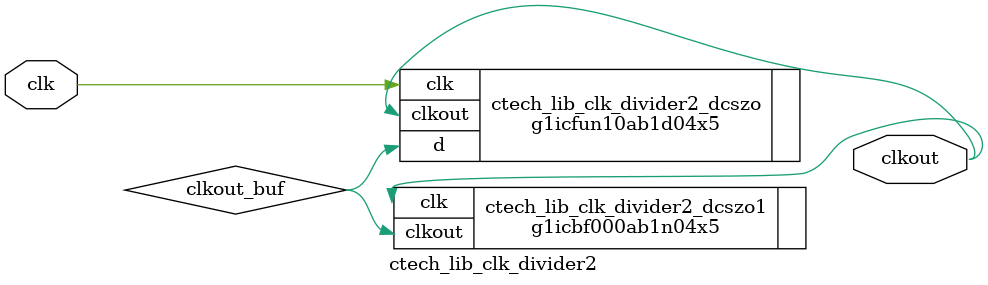
<source format=sv>

module ctech_lib_clk_divider2 (
   output logic clkout, 
   input logic clk );

   logic    clkout_buf;
   // clkout = ~clkout on posedge(clk)
   g1icbf000ab1n04x5 ctech_lib_clk_divider2_dcszo1 (.clk(clkout), .clkout(clkout_buf));   
   g1icfun10ab1d04x5 ctech_lib_clk_divider2_dcszo (.clk(clk), .clkout(clkout), .d(clkout_buf));

endmodule // ctech_lib_clk_divider2


</source>
